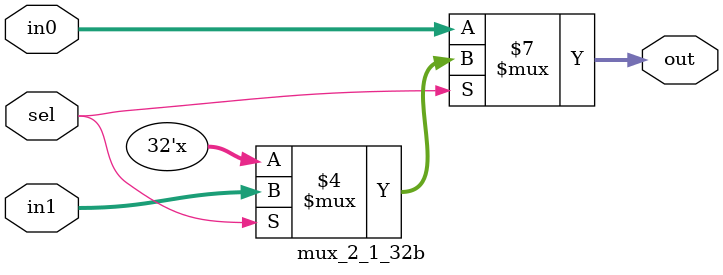
<source format=v>




module mux_2_1_32b (
	input wire [31:0] in0,
	input wire [31:0] in1,
	input wire sel,
	output reg [31:0] out);
	
	always @* begin
		if (sel == 0) begin
			out <= in0;
		end else if (sel == 1) begin
			out <= in1;
		end
	end
endmodule

</source>
